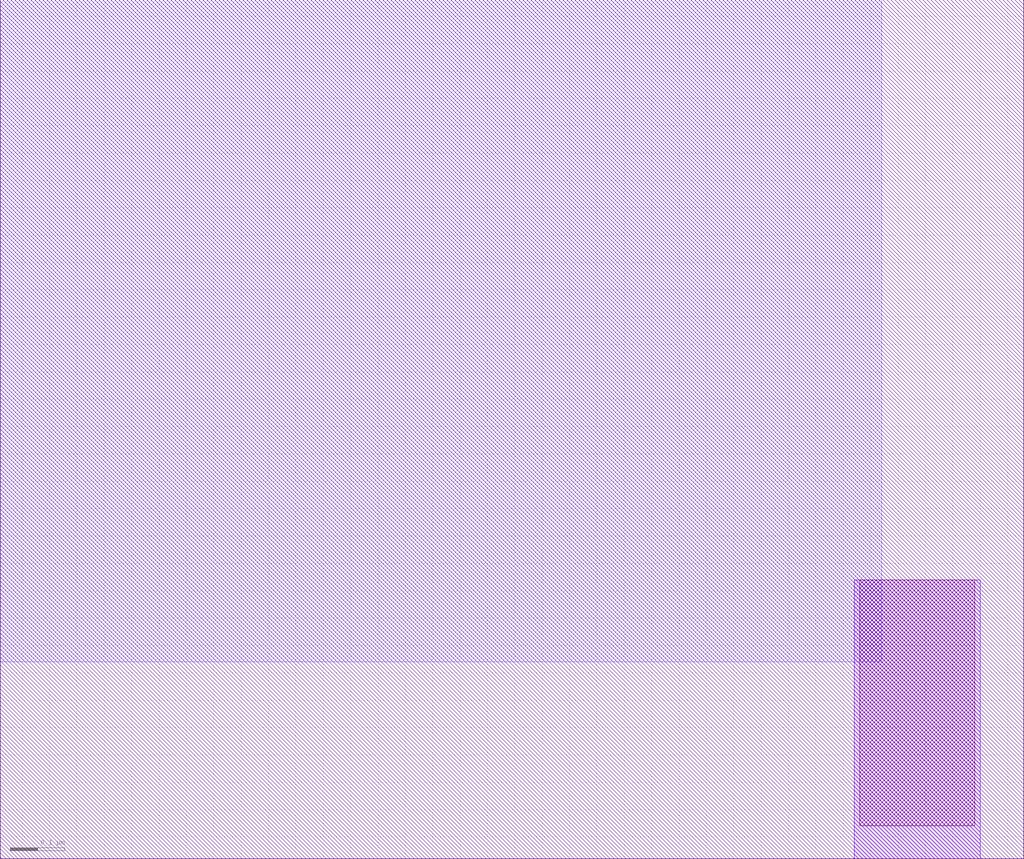
<source format=lef>
VERSION 5.7 ;
  NOWIREEXTENSIONATPIN ON ;
  DIVIDERCHAR "/" ;
  BUSBITCHARS "[]" ;
UNITS
  DATABASE MICRONS 200 ;
END UNITS

LAYER via2
  TYPE CUT ;
END via2

LAYER via
  TYPE CUT ;
END via

LAYER nwell
  TYPE MASTERSLICE ;
END nwell

LAYER via3
  TYPE CUT ;
END via3

LAYER pwell
  TYPE MASTERSLICE ;
END pwell

LAYER via4
  TYPE CUT ;
END via4

LAYER mcon
  TYPE CUT ;
END mcon

LAYER met6
  TYPE ROUTING ;
  WIDTH 0.030000 ;
  SPACING 0.040000 ;
  DIRECTION HORIZONTAL ;
END met6

LAYER met1
  TYPE ROUTING ;
  WIDTH 0.140000 ;
  SPACING 0.140000 ;
  DIRECTION HORIZONTAL ;
END met1

LAYER met3
  TYPE ROUTING ;
  WIDTH 0.300000 ;
  SPACING 0.300000 ;
  DIRECTION HORIZONTAL ;
END met3

LAYER met2
  TYPE ROUTING ;
  WIDTH 0.140000 ;
  SPACING 0.140000 ;
  DIRECTION HORIZONTAL ;
END met2

LAYER met4
  TYPE ROUTING ;
  WIDTH 0.300000 ;
  SPACING 0.300000 ;
  DIRECTION HORIZONTAL ;
END met4

LAYER met5
  TYPE ROUTING ;
  WIDTH 1.600000 ;
  SPACING 1.600000 ;
  DIRECTION HORIZONTAL ;
END met5

LAYER li1
  TYPE ROUTING ;
  WIDTH 0.170000 ;
  SPACING 0.170000 ;
  DIRECTION HORIZONTAL ;
END li1

MACRO sky130_hilas_pFETdevice01b
  CLASS BLOCK ;
  FOREIGN sky130_hilas_pFETdevice01b ;
  ORIGIN 0.790 1.140 ;
  SIZE 1.870 BY 1.570 ;
  OBS
      LAYER nwell ;
        RECT -0.790 -0.780 0.820 0.430 ;
      LAYER li1 ;
        RECT 0.780 -1.080 0.990 -0.630 ;
      LAYER met1 ;
        RECT 0.770 -1.140 1.000 -0.630 ;
  END
END sky130_hilas_pFETdevice01b
END LIBRARY


</source>
